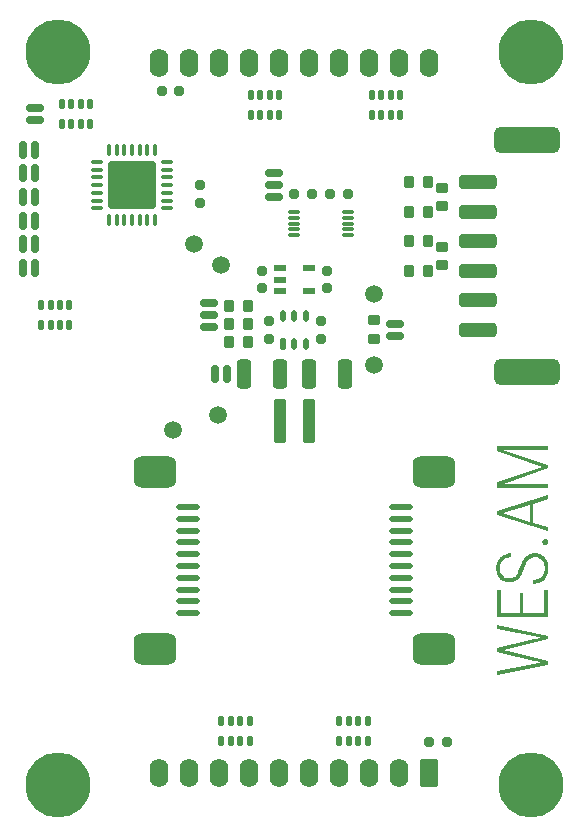
<source format=gts>
G04*
G04 #@! TF.GenerationSoftware,Altium Limited,Altium Designer,18.0.7 (293)*
G04*
G04 Layer_Color=8388736*
%FSLAX25Y25*%
%MOIN*%
G70*
G01*
G75*
G04:AMPARAMS|DCode=15|XSize=39.37mil|YSize=145.67mil|CornerRadius=3.94mil|HoleSize=0mil|Usage=FLASHONLY|Rotation=180.000|XOffset=0mil|YOffset=0mil|HoleType=Round|Shape=RoundedRectangle|*
%AMROUNDEDRECTD15*
21,1,0.03937,0.13780,0,0,180.0*
21,1,0.03150,0.14567,0,0,180.0*
1,1,0.00787,-0.01575,0.06890*
1,1,0.00787,0.01575,0.06890*
1,1,0.00787,0.01575,-0.06890*
1,1,0.00787,-0.01575,-0.06890*
%
%ADD15ROUNDEDRECTD15*%
G04:AMPARAMS|DCode=16|XSize=19.68mil|YSize=78.74mil|CornerRadius=9.84mil|HoleSize=0mil|Usage=FLASHONLY|Rotation=90.000|XOffset=0mil|YOffset=0mil|HoleType=Round|Shape=RoundedRectangle|*
%AMROUNDEDRECTD16*
21,1,0.01968,0.05906,0,0,90.0*
21,1,0.00000,0.07874,0,0,90.0*
1,1,0.01968,0.02953,0.00000*
1,1,0.01968,0.02953,0.00000*
1,1,0.01968,-0.02953,0.00000*
1,1,0.01968,-0.02953,0.00000*
%
%ADD16ROUNDEDRECTD16*%
G04:AMPARAMS|DCode=17|XSize=105.51mil|YSize=141.73mil|CornerRadius=26.38mil|HoleSize=0mil|Usage=FLASHONLY|Rotation=90.000|XOffset=0mil|YOffset=0mil|HoleType=Round|Shape=RoundedRectangle|*
%AMROUNDEDRECTD17*
21,1,0.10551,0.08898,0,0,90.0*
21,1,0.05276,0.14173,0,0,90.0*
1,1,0.05276,0.04449,0.02638*
1,1,0.05276,0.04449,-0.02638*
1,1,0.05276,-0.04449,-0.02638*
1,1,0.05276,-0.04449,0.02638*
%
%ADD17ROUNDEDRECTD17*%
G04:AMPARAMS|DCode=18|XSize=31.5mil|YSize=31.5mil|CornerRadius=7.87mil|HoleSize=0mil|Usage=FLASHONLY|Rotation=90.000|XOffset=0mil|YOffset=0mil|HoleType=Round|Shape=RoundedRectangle|*
%AMROUNDEDRECTD18*
21,1,0.03150,0.01575,0,0,90.0*
21,1,0.01575,0.03150,0,0,90.0*
1,1,0.01575,0.00787,0.00787*
1,1,0.01575,0.00787,-0.00787*
1,1,0.01575,-0.00787,-0.00787*
1,1,0.01575,-0.00787,0.00787*
%
%ADD18ROUNDEDRECTD18*%
G04:AMPARAMS|DCode=19|XSize=31.5mil|YSize=31.5mil|CornerRadius=7.87mil|HoleSize=0mil|Usage=FLASHONLY|Rotation=0.000|XOffset=0mil|YOffset=0mil|HoleType=Round|Shape=RoundedRectangle|*
%AMROUNDEDRECTD19*
21,1,0.03150,0.01575,0,0,0.0*
21,1,0.01575,0.03150,0,0,0.0*
1,1,0.01575,0.00787,-0.00787*
1,1,0.01575,-0.00787,-0.00787*
1,1,0.01575,-0.00787,0.00787*
1,1,0.01575,0.00787,0.00787*
%
%ADD19ROUNDEDRECTD19*%
G04:AMPARAMS|DCode=20|XSize=39.37mil|YSize=35.43mil|CornerRadius=8.86mil|HoleSize=0mil|Usage=FLASHONLY|Rotation=270.000|XOffset=0mil|YOffset=0mil|HoleType=Round|Shape=RoundedRectangle|*
%AMROUNDEDRECTD20*
21,1,0.03937,0.01772,0,0,270.0*
21,1,0.02165,0.03543,0,0,270.0*
1,1,0.01772,-0.00886,-0.01083*
1,1,0.01772,-0.00886,0.01083*
1,1,0.01772,0.00886,0.01083*
1,1,0.01772,0.00886,-0.01083*
%
%ADD20ROUNDEDRECTD20*%
G04:AMPARAMS|DCode=21|XSize=39.37mil|YSize=35.43mil|CornerRadius=8.86mil|HoleSize=0mil|Usage=FLASHONLY|Rotation=180.000|XOffset=0mil|YOffset=0mil|HoleType=Round|Shape=RoundedRectangle|*
%AMROUNDEDRECTD21*
21,1,0.03937,0.01772,0,0,180.0*
21,1,0.02165,0.03543,0,0,180.0*
1,1,0.01772,-0.01083,0.00886*
1,1,0.01772,0.01083,0.00886*
1,1,0.01772,0.01083,-0.00886*
1,1,0.01772,-0.01083,-0.00886*
%
%ADD21ROUNDEDRECTD21*%
%ADD22O,0.01968X0.03937*%
G04:AMPARAMS|DCode=23|XSize=39.37mil|YSize=19.68mil|CornerRadius=4.92mil|HoleSize=0mil|Usage=FLASHONLY|Rotation=90.000|XOffset=0mil|YOffset=0mil|HoleType=Round|Shape=RoundedRectangle|*
%AMROUNDEDRECTD23*
21,1,0.03937,0.00984,0,0,90.0*
21,1,0.02953,0.01968,0,0,90.0*
1,1,0.00984,0.00492,0.01476*
1,1,0.00984,0.00492,-0.01476*
1,1,0.00984,-0.00492,-0.01476*
1,1,0.00984,-0.00492,0.01476*
%
%ADD23ROUNDEDRECTD23*%
G04:AMPARAMS|DCode=24|XSize=47.24mil|YSize=125.98mil|CornerRadius=11.81mil|HoleSize=0mil|Usage=FLASHONLY|Rotation=90.000|XOffset=0mil|YOffset=0mil|HoleType=Round|Shape=RoundedRectangle|*
%AMROUNDEDRECTD24*
21,1,0.04724,0.10236,0,0,90.0*
21,1,0.02362,0.12598,0,0,90.0*
1,1,0.02362,0.05118,0.01181*
1,1,0.02362,0.05118,-0.01181*
1,1,0.02362,-0.05118,-0.01181*
1,1,0.02362,-0.05118,0.01181*
%
%ADD24ROUNDEDRECTD24*%
G04:AMPARAMS|DCode=25|XSize=86.61mil|YSize=220.47mil|CornerRadius=21.65mil|HoleSize=0mil|Usage=FLASHONLY|Rotation=90.000|XOffset=0mil|YOffset=0mil|HoleType=Round|Shape=RoundedRectangle|*
%AMROUNDEDRECTD25*
21,1,0.08661,0.17717,0,0,90.0*
21,1,0.04331,0.22047,0,0,90.0*
1,1,0.04331,0.08858,0.02165*
1,1,0.04331,0.08858,-0.02165*
1,1,0.04331,-0.08858,-0.02165*
1,1,0.04331,-0.08858,0.02165*
%
%ADD25ROUNDEDRECTD25*%
G04:AMPARAMS|DCode=26|XSize=17.72mil|YSize=35.43mil|CornerRadius=4.43mil|HoleSize=0mil|Usage=FLASHONLY|Rotation=0.000|XOffset=0mil|YOffset=0mil|HoleType=Round|Shape=RoundedRectangle|*
%AMROUNDEDRECTD26*
21,1,0.01772,0.02657,0,0,0.0*
21,1,0.00886,0.03543,0,0,0.0*
1,1,0.00886,0.00443,-0.01329*
1,1,0.00886,-0.00443,-0.01329*
1,1,0.00886,-0.00443,0.01329*
1,1,0.00886,0.00443,0.01329*
%
%ADD26ROUNDEDRECTD26*%
G04:AMPARAMS|DCode=27|XSize=13.78mil|YSize=43.31mil|CornerRadius=6.89mil|HoleSize=0mil|Usage=FLASHONLY|Rotation=90.000|XOffset=0mil|YOffset=0mil|HoleType=Round|Shape=RoundedRectangle|*
%AMROUNDEDRECTD27*
21,1,0.01378,0.02953,0,0,90.0*
21,1,0.00000,0.04331,0,0,90.0*
1,1,0.01378,0.01476,0.00000*
1,1,0.01378,0.01476,0.00000*
1,1,0.01378,-0.01476,0.00000*
1,1,0.01378,-0.01476,0.00000*
%
%ADD27ROUNDEDRECTD27*%
G04:AMPARAMS|DCode=28|XSize=13.78mil|YSize=43.31mil|CornerRadius=6.89mil|HoleSize=0mil|Usage=FLASHONLY|Rotation=180.000|XOffset=0mil|YOffset=0mil|HoleType=Round|Shape=RoundedRectangle|*
%AMROUNDEDRECTD28*
21,1,0.01378,0.02953,0,0,180.0*
21,1,0.00000,0.04331,0,0,180.0*
1,1,0.01378,0.00000,0.01476*
1,1,0.01378,0.00000,0.01476*
1,1,0.01378,0.00000,-0.01476*
1,1,0.01378,0.00000,-0.01476*
%
%ADD28ROUNDEDRECTD28*%
G04:AMPARAMS|DCode=29|XSize=98.43mil|YSize=47.24mil|CornerRadius=11.81mil|HoleSize=0mil|Usage=FLASHONLY|Rotation=270.000|XOffset=0mil|YOffset=0mil|HoleType=Round|Shape=RoundedRectangle|*
%AMROUNDEDRECTD29*
21,1,0.09843,0.02362,0,0,270.0*
21,1,0.07480,0.04724,0,0,270.0*
1,1,0.02362,-0.01181,-0.03740*
1,1,0.02362,-0.01181,0.03740*
1,1,0.02362,0.01181,0.03740*
1,1,0.02362,0.01181,-0.03740*
%
%ADD29ROUNDEDRECTD29*%
G04:AMPARAMS|DCode=30|XSize=11.02mil|YSize=39.37mil|CornerRadius=2.76mil|HoleSize=0mil|Usage=FLASHONLY|Rotation=90.000|XOffset=0mil|YOffset=0mil|HoleType=Round|Shape=RoundedRectangle|*
%AMROUNDEDRECTD30*
21,1,0.01102,0.03386,0,0,90.0*
21,1,0.00551,0.03937,0,0,90.0*
1,1,0.00551,0.01693,0.00276*
1,1,0.00551,0.01693,-0.00276*
1,1,0.00551,-0.01693,-0.00276*
1,1,0.00551,-0.01693,0.00276*
%
%ADD30ROUNDEDRECTD30*%
G04:AMPARAMS|DCode=31|XSize=21.65mil|YSize=43.31mil|CornerRadius=5.41mil|HoleSize=0mil|Usage=FLASHONLY|Rotation=90.000|XOffset=0mil|YOffset=0mil|HoleType=Round|Shape=RoundedRectangle|*
%AMROUNDEDRECTD31*
21,1,0.02165,0.03248,0,0,90.0*
21,1,0.01083,0.04331,0,0,90.0*
1,1,0.01083,0.01624,0.00541*
1,1,0.01083,0.01624,-0.00541*
1,1,0.01083,-0.01624,-0.00541*
1,1,0.01083,-0.01624,0.00541*
%
%ADD31ROUNDEDRECTD31*%
G04:AMPARAMS|DCode=32|XSize=27.56mil|YSize=59.06mil|CornerRadius=6.89mil|HoleSize=0mil|Usage=FLASHONLY|Rotation=90.000|XOffset=0mil|YOffset=0mil|HoleType=Round|Shape=RoundedRectangle|*
%AMROUNDEDRECTD32*
21,1,0.02756,0.04528,0,0,90.0*
21,1,0.01378,0.05906,0,0,90.0*
1,1,0.01378,0.02264,0.00689*
1,1,0.01378,0.02264,-0.00689*
1,1,0.01378,-0.02264,-0.00689*
1,1,0.01378,-0.02264,0.00689*
%
%ADD32ROUNDEDRECTD32*%
G04:AMPARAMS|DCode=33|XSize=27.56mil|YSize=59.06mil|CornerRadius=6.89mil|HoleSize=0mil|Usage=FLASHONLY|Rotation=0.000|XOffset=0mil|YOffset=0mil|HoleType=Round|Shape=RoundedRectangle|*
%AMROUNDEDRECTD33*
21,1,0.02756,0.04528,0,0,0.0*
21,1,0.01378,0.05906,0,0,0.0*
1,1,0.01378,0.00689,-0.02264*
1,1,0.01378,-0.00689,-0.02264*
1,1,0.01378,-0.00689,0.02264*
1,1,0.01378,0.00689,0.02264*
%
%ADD33ROUNDEDRECTD33*%
G04:AMPARAMS|DCode=34|XSize=157.48mil|YSize=157.48mil|CornerRadius=7.87mil|HoleSize=0mil|Usage=FLASHONLY|Rotation=90.000|XOffset=0mil|YOffset=0mil|HoleType=Round|Shape=RoundedRectangle|*
%AMROUNDEDRECTD34*
21,1,0.15748,0.14173,0,0,90.0*
21,1,0.14173,0.15748,0,0,90.0*
1,1,0.01575,0.07087,0.07087*
1,1,0.01575,0.07087,-0.07087*
1,1,0.01575,-0.07087,-0.07087*
1,1,0.01575,-0.07087,0.07087*
%
%ADD34ROUNDEDRECTD34*%
%ADD35C,0.05906*%
G04:AMPARAMS|DCode=36|XSize=62.99mil|YSize=94.49mil|CornerRadius=31.5mil|HoleSize=0mil|Usage=FLASHONLY|Rotation=180.000|XOffset=0mil|YOffset=0mil|HoleType=Round|Shape=RoundedRectangle|*
%AMROUNDEDRECTD36*
21,1,0.06299,0.03150,0,0,180.0*
21,1,0.00000,0.09449,0,0,180.0*
1,1,0.06299,0.00000,0.01575*
1,1,0.06299,0.00000,0.01575*
1,1,0.06299,0.00000,-0.01575*
1,1,0.06299,0.00000,-0.01575*
%
%ADD36ROUNDEDRECTD36*%
G04:AMPARAMS|DCode=37|XSize=62.99mil|YSize=94.49mil|CornerRadius=6.3mil|HoleSize=0mil|Usage=FLASHONLY|Rotation=180.000|XOffset=0mil|YOffset=0mil|HoleType=Round|Shape=RoundedRectangle|*
%AMROUNDEDRECTD37*
21,1,0.06299,0.08189,0,0,180.0*
21,1,0.05039,0.09449,0,0,180.0*
1,1,0.01260,-0.02520,0.04095*
1,1,0.01260,0.02520,0.04095*
1,1,0.01260,0.02520,-0.04095*
1,1,0.01260,-0.02520,-0.04095*
%
%ADD37ROUNDEDRECTD37*%
%ADD38C,0.21666*%
G36*
X178901Y127252D02*
X171552D01*
X164146Y127369D01*
X178901Y122178D01*
Y121129D01*
X164233Y115967D01*
X171523Y116084D01*
X178901D01*
Y114743D01*
X161930D01*
Y116522D01*
X176889Y121654D01*
X161930Y126815D01*
Y128594D01*
X178901D01*
Y127252D01*
D02*
G37*
G36*
Y110835D02*
X174147Y109377D01*
Y103020D01*
X178901Y101562D01*
Y100163D01*
X161930Y105587D01*
Y106811D01*
X178901Y112235D01*
Y110835D01*
D02*
G37*
G36*
X178288Y97597D02*
X178522Y97509D01*
X178726Y97363D01*
X178755Y97305D01*
X178842Y97188D01*
X178959Y96955D01*
X178988Y96634D01*
Y96547D01*
X178959Y96372D01*
X178871Y96139D01*
X178726Y95905D01*
X178667Y95876D01*
X178551Y95789D01*
X178317Y95672D01*
X178055Y95643D01*
X178026D01*
X177997D01*
X177822Y95672D01*
X177588Y95760D01*
X177355Y95905D01*
X177297Y95964D01*
X177209Y96109D01*
X177122Y96314D01*
X177064Y96634D01*
Y96722D01*
X177093Y96897D01*
X177180Y97130D01*
X177355Y97363D01*
X177413Y97392D01*
X177559Y97509D01*
X177763Y97597D01*
X178055Y97626D01*
X178084D01*
X178113D01*
X178288Y97597D01*
D02*
G37*
G36*
X175051Y92902D02*
X175226D01*
X175431Y92873D01*
X175868Y92756D01*
X176393Y92610D01*
X176918Y92377D01*
X177443Y92027D01*
X177705Y91823D01*
X177938Y91590D01*
Y91561D01*
X177997Y91531D01*
X178055Y91444D01*
X178113Y91356D01*
X178317Y91036D01*
X178522Y90657D01*
X178755Y90132D01*
X178959Y89519D01*
X179076Y88819D01*
X179134Y88032D01*
Y87770D01*
X179105Y87507D01*
X179046Y87128D01*
X178988Y86720D01*
X178901Y86253D01*
X178755Y85787D01*
X178551Y85320D01*
X178522Y85262D01*
X178434Y85116D01*
X178288Y84883D01*
X178113Y84620D01*
X177851Y84300D01*
X177559Y83979D01*
X177209Y83687D01*
X176801Y83396D01*
X176743Y83367D01*
X176597Y83279D01*
X176335Y83162D01*
X176014Y83046D01*
X175605Y82929D01*
X175139Y82812D01*
X174643Y82725D01*
X174060Y82696D01*
Y84037D01*
X174089D01*
X174147D01*
X174235D01*
X174352Y84066D01*
X174672Y84096D01*
X175081Y84183D01*
X175547Y84300D01*
X176014Y84504D01*
X176480Y84766D01*
X176889Y85116D01*
X176918Y85175D01*
X177034Y85320D01*
X177209Y85553D01*
X177384Y85874D01*
X177588Y86312D01*
X177734Y86807D01*
X177851Y87391D01*
X177909Y88032D01*
Y88295D01*
X177851Y88586D01*
X177793Y88965D01*
X177705Y89373D01*
X177559Y89782D01*
X177355Y90219D01*
X177064Y90598D01*
X177034Y90627D01*
X176918Y90744D01*
X176714Y90919D01*
X176451Y91094D01*
X176101Y91269D01*
X175722Y91444D01*
X175256Y91561D01*
X174760Y91590D01*
X174731D01*
X174701D01*
X174527D01*
X174264Y91561D01*
X173943Y91502D01*
X173593Y91386D01*
X173214Y91240D01*
X172835Y91036D01*
X172514Y90773D01*
X172485Y90744D01*
X172369Y90627D01*
X172223Y90394D01*
X172019Y90102D01*
X171756Y89694D01*
X171640Y89461D01*
X171494Y89169D01*
X171377Y88878D01*
X171231Y88528D01*
X171086Y88178D01*
X170940Y87770D01*
Y87740D01*
X170911Y87682D01*
X170852Y87566D01*
X170794Y87420D01*
X170736Y87216D01*
X170648Y87011D01*
X170444Y86545D01*
X170211Y85991D01*
X169919Y85466D01*
X169598Y84941D01*
X169278Y84504D01*
X169249D01*
X169220Y84446D01*
X169044Y84300D01*
X168782Y84066D01*
X168432Y83833D01*
X167966Y83571D01*
X167441Y83337D01*
X166799Y83192D01*
X166449Y83162D01*
X166099Y83133D01*
X166070D01*
X166012D01*
X165924D01*
X165779Y83162D01*
X165604D01*
X165429Y83192D01*
X164962Y83308D01*
X164466Y83454D01*
X163942Y83687D01*
X163417Y84037D01*
X163154Y84241D01*
X162921Y84475D01*
X162892Y84504D01*
X162863Y84533D01*
X162804Y84620D01*
X162717Y84708D01*
X162542Y85000D01*
X162309Y85408D01*
X162075Y85904D01*
X161900Y86516D01*
X161755Y87186D01*
X161696Y87945D01*
Y88149D01*
X161725Y88295D01*
Y88499D01*
X161784Y88703D01*
X161871Y89199D01*
X162046Y89753D01*
X162309Y90336D01*
X162454Y90627D01*
X162659Y90919D01*
X162863Y91211D01*
X163125Y91473D01*
X163154Y91502D01*
X163183Y91531D01*
X163271Y91590D01*
X163388Y91706D01*
X163533Y91794D01*
X163708Y91910D01*
X164117Y92173D01*
X164641Y92435D01*
X165283Y92669D01*
X165983Y92814D01*
X166391Y92844D01*
X166799Y92873D01*
Y91531D01*
X166770D01*
X166712D01*
X166624D01*
X166508D01*
X166187Y91473D01*
X165808Y91415D01*
X165370Y91298D01*
X164904Y91123D01*
X164437Y90890D01*
X164029Y90569D01*
X163971Y90540D01*
X163854Y90394D01*
X163679Y90190D01*
X163475Y89869D01*
X163300Y89519D01*
X163125Y89053D01*
X163008Y88528D01*
X162950Y87945D01*
Y87682D01*
X163008Y87391D01*
X163067Y87041D01*
X163154Y86633D01*
X163329Y86195D01*
X163533Y85787D01*
X163825Y85408D01*
X163854Y85379D01*
X163971Y85262D01*
X164175Y85116D01*
X164437Y84941D01*
X164758Y84766D01*
X165137Y84620D01*
X165575Y84504D01*
X166070Y84475D01*
X166129D01*
X166274Y84504D01*
X166508Y84533D01*
X166799Y84591D01*
X167149Y84679D01*
X167499Y84854D01*
X167849Y85058D01*
X168170Y85349D01*
X168199Y85379D01*
X168315Y85524D01*
X168461Y85729D01*
X168665Y86020D01*
X168869Y86399D01*
X169132Y86895D01*
X169394Y87449D01*
X169628Y88120D01*
Y88149D01*
X169657Y88207D01*
X169686Y88295D01*
X169744Y88440D01*
X169861Y88790D01*
X170036Y89199D01*
X170240Y89665D01*
X170473Y90161D01*
X170707Y90598D01*
X170969Y91006D01*
X170998Y91065D01*
X171086Y91181D01*
X171231Y91356D01*
X171406Y91561D01*
X171669Y91794D01*
X171931Y92027D01*
X172223Y92260D01*
X172573Y92465D01*
X172602Y92494D01*
X172719Y92552D01*
X172923Y92610D01*
X173185Y92698D01*
X173506Y92785D01*
X173856Y92873D01*
X174264Y92902D01*
X174731Y92931D01*
X174760D01*
X174818D01*
X174935D01*
X175051Y92902D01*
D02*
G37*
G36*
X178901Y71732D02*
X161930D01*
Y80596D01*
X163183D01*
Y73073D01*
X169540D01*
Y79663D01*
X170765D01*
Y73073D01*
X177676D01*
Y80655D01*
X178901D01*
Y71732D01*
D02*
G37*
G36*
Y65404D02*
Y64150D01*
X165691Y60943D01*
X164117Y60622D01*
X165691Y60301D01*
X178901Y57035D01*
Y55752D01*
X161930Y52165D01*
Y53536D01*
X174293Y56044D01*
X176830Y56452D01*
X174410Y56977D01*
X161930Y60009D01*
Y61205D01*
X174410Y64208D01*
X176830Y64704D01*
X174293Y65141D01*
X161930Y67649D01*
Y69020D01*
X178901Y65404D01*
D02*
G37*
%LPC*%
G36*
X172923Y108998D02*
X163825Y106199D01*
X172923Y103400D01*
Y108998D01*
D02*
G37*
%LPD*%
D15*
X99213Y136811D02*
D03*
X89764D02*
D03*
D16*
X129921Y88583D02*
D03*
Y84646D02*
D03*
Y80709D02*
D03*
Y76772D02*
D03*
Y72835D02*
D03*
Y92520D02*
D03*
Y96457D02*
D03*
Y100394D02*
D03*
Y104331D02*
D03*
Y108268D02*
D03*
X59055Y72835D02*
D03*
Y76772D02*
D03*
Y80709D02*
D03*
Y84646D02*
D03*
Y88583D02*
D03*
Y108268D02*
D03*
Y104331D02*
D03*
Y100394D02*
D03*
Y96457D02*
D03*
Y92520D02*
D03*
D17*
X140945Y61063D02*
D03*
Y120039D02*
D03*
X48031Y61063D02*
D03*
Y120039D02*
D03*
D18*
X56102Y247047D02*
D03*
X50197D02*
D03*
X145173Y30022D02*
D03*
X139267D02*
D03*
X100394Y212598D02*
D03*
X94488D02*
D03*
X106299D02*
D03*
X112205D02*
D03*
D19*
X105315Y181102D02*
D03*
Y187008D02*
D03*
X83661Y181102D02*
D03*
Y187008D02*
D03*
X62992Y215551D02*
D03*
Y209646D02*
D03*
X103347Y170276D02*
D03*
Y164370D02*
D03*
X85827Y164370D02*
D03*
Y170276D02*
D03*
D20*
X132677Y216535D02*
D03*
X138976D02*
D03*
X132677Y196850D02*
D03*
X138976D02*
D03*
Y206693D02*
D03*
X132677D02*
D03*
X138976Y187008D02*
D03*
X132677D02*
D03*
X72638Y175197D02*
D03*
X78937D02*
D03*
X72638Y169291D02*
D03*
X78937D02*
D03*
X72638Y163386D02*
D03*
X78937D02*
D03*
D21*
X143701Y214764D02*
D03*
Y208465D02*
D03*
Y195079D02*
D03*
Y188779D02*
D03*
X121063Y164173D02*
D03*
Y170472D02*
D03*
D22*
X98228Y172047D02*
D03*
X94488D02*
D03*
X90748D02*
D03*
X98228Y162598D02*
D03*
X94488D02*
D03*
D23*
X90748D02*
D03*
D24*
X155512Y177165D02*
D03*
Y167323D02*
D03*
Y187008D02*
D03*
Y196850D02*
D03*
Y206693D02*
D03*
Y216535D02*
D03*
D25*
X172047Y153150D02*
D03*
Y230709D02*
D03*
D26*
X16929Y235827D02*
D03*
X20079D02*
D03*
X23228D02*
D03*
X26378D02*
D03*
Y242520D02*
D03*
X23228D02*
D03*
X20079D02*
D03*
X16929D02*
D03*
X19488Y175591D02*
D03*
X16339D02*
D03*
X13189D02*
D03*
X10039D02*
D03*
Y168898D02*
D03*
X13189D02*
D03*
X16339D02*
D03*
X19488D02*
D03*
X89370Y245472D02*
D03*
X86221D02*
D03*
X83071D02*
D03*
X79921D02*
D03*
Y238779D02*
D03*
X83071D02*
D03*
X86221D02*
D03*
X89370D02*
D03*
X70079Y30118D02*
D03*
X73228D02*
D03*
X76378D02*
D03*
X79528D02*
D03*
Y36811D02*
D03*
X76378D02*
D03*
X73228D02*
D03*
X70079D02*
D03*
X109449Y30118D02*
D03*
X112598D02*
D03*
X115748D02*
D03*
X118898D02*
D03*
Y36811D02*
D03*
X115748D02*
D03*
X112598D02*
D03*
X109449D02*
D03*
X129724Y245472D02*
D03*
X126575D02*
D03*
X123425D02*
D03*
X120276D02*
D03*
Y238779D02*
D03*
X123425D02*
D03*
X126575D02*
D03*
X129724D02*
D03*
D27*
X28740Y223228D02*
D03*
Y220669D02*
D03*
Y218110D02*
D03*
Y215551D02*
D03*
Y212992D02*
D03*
Y210433D02*
D03*
Y207874D02*
D03*
X51968Y223228D02*
D03*
Y220669D02*
D03*
Y218110D02*
D03*
Y215551D02*
D03*
Y212992D02*
D03*
Y210433D02*
D03*
Y207874D02*
D03*
D28*
X48031Y203937D02*
D03*
X45472D02*
D03*
X42913D02*
D03*
X40354D02*
D03*
X37795D02*
D03*
X35236D02*
D03*
X32677D02*
D03*
X48031Y227165D02*
D03*
X45472D02*
D03*
X42913D02*
D03*
X40354D02*
D03*
X37795D02*
D03*
X35236D02*
D03*
X32677D02*
D03*
D29*
X111327Y152559D02*
D03*
X99303D02*
D03*
X77650D02*
D03*
X89673D02*
D03*
D30*
X112205Y206693D02*
D03*
Y204724D02*
D03*
Y202756D02*
D03*
Y200787D02*
D03*
Y198819D02*
D03*
X94488D02*
D03*
Y200787D02*
D03*
Y202756D02*
D03*
Y204724D02*
D03*
Y206693D02*
D03*
D31*
X99213Y187795D02*
D03*
Y180315D02*
D03*
X89764D02*
D03*
Y184055D02*
D03*
Y187795D02*
D03*
D32*
X7874Y237205D02*
D03*
Y241142D02*
D03*
X65945Y176181D02*
D03*
Y172244D02*
D03*
Y168307D02*
D03*
X127953Y169291D02*
D03*
Y165354D02*
D03*
X87598Y219488D02*
D03*
Y215551D02*
D03*
Y211614D02*
D03*
D33*
X3937Y187992D02*
D03*
X7874D02*
D03*
X3937Y195866D02*
D03*
X7874D02*
D03*
X3937Y227362D02*
D03*
X7874D02*
D03*
X3937Y219488D02*
D03*
X7874D02*
D03*
X3937Y211614D02*
D03*
X7874D02*
D03*
X3937Y203740D02*
D03*
X7874D02*
D03*
X71850Y152559D02*
D03*
X67913D02*
D03*
D34*
X40354Y215551D02*
D03*
D35*
X54134Y133858D02*
D03*
X69882Y188976D02*
D03*
X61024Y195866D02*
D03*
X121063Y179134D02*
D03*
Y155512D02*
D03*
X68898Y138779D02*
D03*
D36*
X99488Y19488D02*
D03*
X109488D02*
D03*
X119488D02*
D03*
X129488D02*
D03*
X89488D02*
D03*
X79488D02*
D03*
X69488D02*
D03*
X59488D02*
D03*
X49488D02*
D03*
X139488Y256102D02*
D03*
X129488D02*
D03*
X119488D02*
D03*
X109488D02*
D03*
X99488D02*
D03*
X89488D02*
D03*
X79488D02*
D03*
X69488D02*
D03*
X59488D02*
D03*
X49488D02*
D03*
D37*
X139488Y19488D02*
D03*
D38*
X173228Y259842D02*
D03*
X15748Y15748D02*
D03*
X173228D02*
D03*
X15748Y259842D02*
D03*
M02*

</source>
